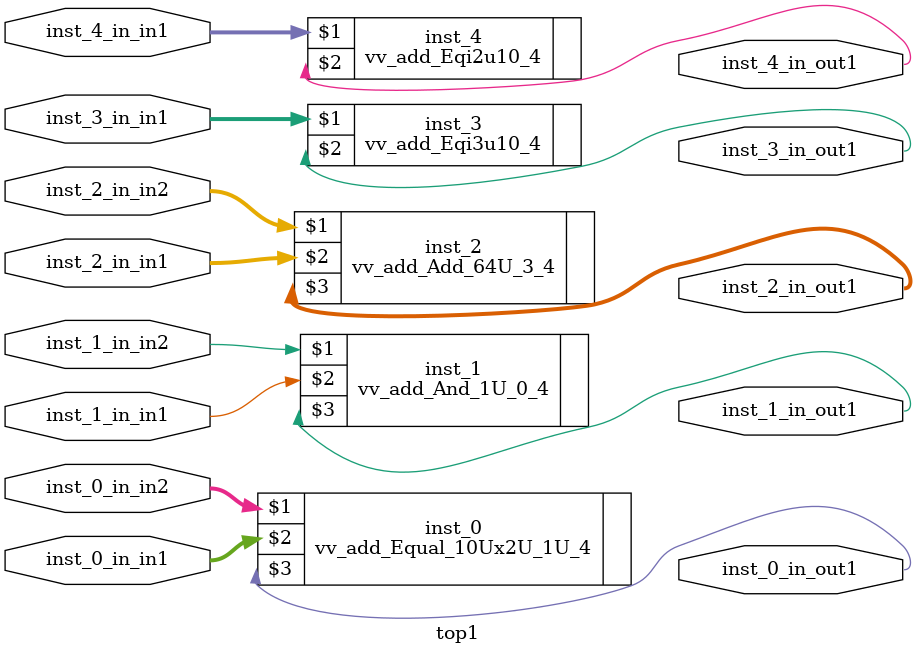
<source format=v>
module top1 (
inst_0_in_in2,
inst_0_in_in1,
inst_1_in_in2,
inst_1_in_in1,
inst_2_in_in2,
inst_2_in_in1,
inst_3_in_in1,
inst_4_in_in1,
inst_0_in_out1,
inst_1_in_out1,
inst_2_in_out1,
inst_3_in_out1,
inst_4_in_out1
);

input [9:0] inst_0_in_in2;
input [1:0] inst_0_in_in1;
input  inst_1_in_in2;
input  inst_1_in_in1;
input [63:0] inst_2_in_in2;
input [63:0] inst_2_in_in1;
input [9:0] inst_3_in_in1;
input [9:0] inst_4_in_in1;
output  inst_0_in_out1;
output  inst_1_in_out1;
output [63:0] inst_2_in_out1;
output  inst_3_in_out1;
output  inst_4_in_out1;

vv_add_Equal_10Ux2U_1U_4 inst_0 (inst_0_in_in2, inst_0_in_in1, inst_0_in_out1);
vv_add_And_1U_0_4 inst_1 (inst_1_in_in2, inst_1_in_in1, inst_1_in_out1);
vv_add_Add_64U_3_4 inst_2 (inst_2_in_in2, inst_2_in_in1, inst_2_in_out1);
vv_add_Eqi3u10_4 inst_3 (inst_3_in_in1, inst_3_in_out1);
vv_add_Eqi2u10_4 inst_4 (inst_4_in_in1, inst_4_in_out1);

endmodule

</source>
